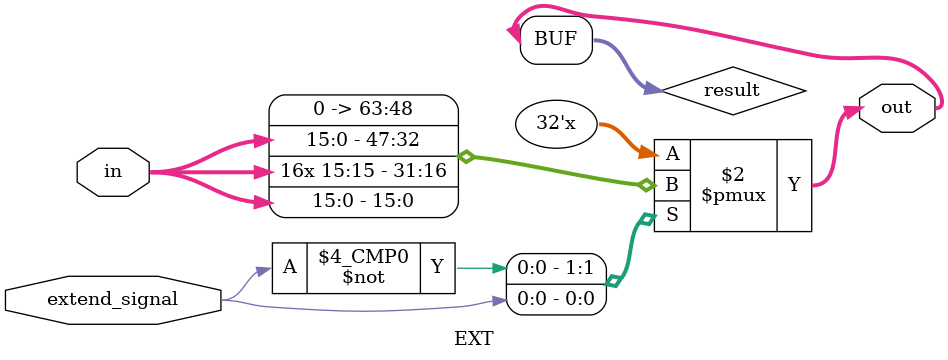
<source format=v>
`include "instr_def_h.v"
`include "cpuex_def_h.v"
module EXT(
    input [15:0] in,
    input extend_signal,
    output [31:0] out
);

reg [31:0] result;
assign out = result;
//assign out = re;
always @(*) begin
    case(extend_signal)
        0: begin
            result = {16'b0,in};
        end
        1: begin
            result = {{16{in[15]}},in};
        end
    endcase
end
endmodule



</source>
